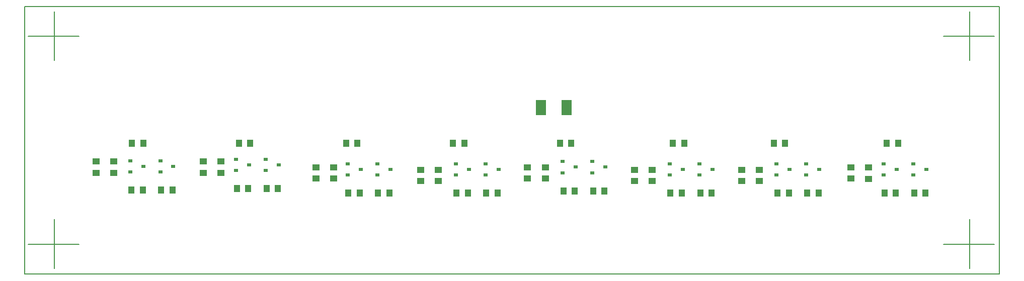
<source format=gtp>
%FSLAX25Y25*%
%MOIN*%
G70*
G01*
G75*
G04 Layer_Color=8421504*
%ADD10R,0.02953X0.02362*%
%ADD11R,0.03937X0.04724*%
%ADD12R,0.04724X0.03937*%
%ADD13R,0.07087X0.09843*%
%ADD14C,0.05000*%
%ADD15C,0.01000*%
%ADD16C,0.07000*%
%ADD17C,0.00500*%
%ADD18C,0.00787*%
%ADD19C,0.10630*%
%ADD20C,0.23622*%
%ADD21C,0.07087*%
%ADD22R,0.10630X0.10630*%
%ADD23C,0.02400*%
%ADD24C,0.10000*%
%ADD25C,0.00984*%
%ADD26C,0.03000*%
%ADD27C,0.00394*%
D10*
X70079Y75000D02*
D03*
Y67520D02*
D03*
X78740Y71260D02*
D03*
X89764Y75000D02*
D03*
Y67520D02*
D03*
X98425Y71260D02*
D03*
X139976Y76000D02*
D03*
Y68520D02*
D03*
X148638Y72260D02*
D03*
X159661Y76000D02*
D03*
Y68520D02*
D03*
X168323Y72260D02*
D03*
X213780Y73032D02*
D03*
Y65551D02*
D03*
X222441Y69291D02*
D03*
X233465Y73032D02*
D03*
Y65551D02*
D03*
X242126Y69291D02*
D03*
X285433Y73032D02*
D03*
Y65551D02*
D03*
X294095Y69291D02*
D03*
X305118Y73032D02*
D03*
Y65551D02*
D03*
X313780Y69291D02*
D03*
X356299Y74606D02*
D03*
Y67126D02*
D03*
X364961Y70866D02*
D03*
X375984Y74606D02*
D03*
Y67126D02*
D03*
X384646Y70866D02*
D03*
X427165Y73032D02*
D03*
Y65551D02*
D03*
X435827Y69291D02*
D03*
X446850Y73032D02*
D03*
Y65551D02*
D03*
X455512Y69291D02*
D03*
X498032Y73032D02*
D03*
Y65551D02*
D03*
X506693Y69291D02*
D03*
X517717Y73032D02*
D03*
Y65551D02*
D03*
X526378Y69291D02*
D03*
X568898Y73032D02*
D03*
Y65551D02*
D03*
X577559Y69291D02*
D03*
X588583Y73032D02*
D03*
Y65551D02*
D03*
X597244Y69291D02*
D03*
D11*
X78150Y55512D02*
D03*
X70669D02*
D03*
X148047Y56512D02*
D03*
X140567D02*
D03*
X221850Y53543D02*
D03*
X214370D02*
D03*
X293504Y53543D02*
D03*
X286024D02*
D03*
X364370Y55118D02*
D03*
X356890D02*
D03*
X435236Y53543D02*
D03*
X427756D02*
D03*
X506102Y53543D02*
D03*
X498622D02*
D03*
X576969Y53543D02*
D03*
X569488D02*
D03*
X97835Y55512D02*
D03*
X90354D02*
D03*
X167732Y56512D02*
D03*
X160252D02*
D03*
X241535Y53543D02*
D03*
X234055D02*
D03*
X313189Y53543D02*
D03*
X305709D02*
D03*
X384055Y55118D02*
D03*
X376575D02*
D03*
X454921Y53543D02*
D03*
X447441D02*
D03*
X525787Y53543D02*
D03*
X518307D02*
D03*
X596654Y53543D02*
D03*
X589173D02*
D03*
X78543Y86614D02*
D03*
X71063D02*
D03*
X149409D02*
D03*
X141929D02*
D03*
X220276D02*
D03*
X212795D02*
D03*
X291142D02*
D03*
X283662D02*
D03*
X362008D02*
D03*
X354528D02*
D03*
X436811D02*
D03*
X429331D02*
D03*
X503740D02*
D03*
X496260D02*
D03*
X578543D02*
D03*
X571063D02*
D03*
D12*
X59055Y67126D02*
D03*
Y74606D02*
D03*
X129921Y67126D02*
D03*
Y74606D02*
D03*
X204725Y63189D02*
D03*
Y70669D02*
D03*
X274016Y61614D02*
D03*
Y69095D02*
D03*
X344882Y63189D02*
D03*
Y70669D02*
D03*
X415748Y61614D02*
D03*
Y69095D02*
D03*
X486614Y61614D02*
D03*
Y69095D02*
D03*
X559055Y62992D02*
D03*
Y70473D02*
D03*
X47244Y74606D02*
D03*
Y67126D02*
D03*
X118110Y74606D02*
D03*
Y67126D02*
D03*
X192913Y70669D02*
D03*
Y63189D02*
D03*
X262205Y69095D02*
D03*
Y61614D02*
D03*
X333071Y70669D02*
D03*
Y63189D02*
D03*
X403937Y69095D02*
D03*
Y61614D02*
D03*
X474803Y69095D02*
D03*
Y61614D02*
D03*
X547244Y70669D02*
D03*
Y63189D02*
D03*
D13*
X341929Y110236D02*
D03*
X358858D02*
D03*
D17*
X0Y0D02*
Y177165D01*
X645669D01*
Y0D02*
Y177165D01*
X0Y0D02*
X645669D01*
D18*
X2385Y19685D02*
X36085D01*
X19685Y3785D02*
Y36285D01*
X608684Y19685D02*
X642384D01*
X625984Y3785D02*
Y36285D01*
X608684Y157480D02*
X642384D01*
X625984Y141580D02*
Y174080D01*
X2385Y157480D02*
X36085D01*
X19685Y141580D02*
Y174080D01*
M02*

</source>
